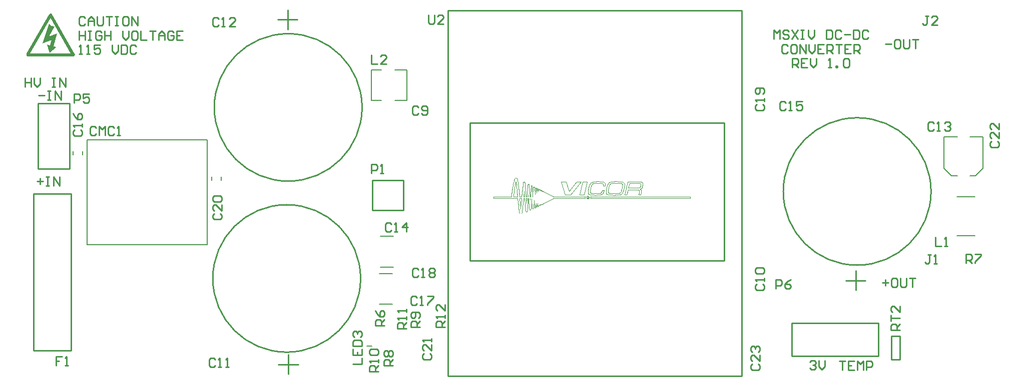
<source format=gto>
G04*
G04 #@! TF.GenerationSoftware,Altium Limited,Altium Designer,19.1.7 (138)*
G04*
G04 Layer_Color=65535*
%FSLAX25Y25*%
%MOIN*%
G70*
G01*
G75*
%ADD10C,0.00300*%
%ADD11C,0.00100*%
%ADD12C,0.01000*%
%ADD13C,0.00787*%
%ADD14C,0.00591*%
G36*
X598898Y69055D02*
D01*
D02*
G37*
G36*
X599724Y229488D02*
D01*
D02*
G37*
G36*
X22412Y242727D02*
X22598Y242635D01*
X22644Y242588D01*
X22737Y242496D01*
X22968Y242218D01*
X37920Y215925D01*
X37966Y215879D01*
X38012Y215787D01*
X38059Y215601D01*
Y215370D01*
Y215324D01*
Y215185D01*
X37966Y215000D01*
X37873Y214768D01*
X37827Y214722D01*
X37781Y214629D01*
X37642Y214490D01*
X37457Y214352D01*
X37410D01*
X37271Y214305D01*
X37086Y214259D01*
X36762Y214213D01*
X6581Y214213D01*
X6396Y214259D01*
X6211Y214352D01*
X6165Y214398D01*
X6118Y214490D01*
X5841Y214768D01*
Y214814D01*
X5794Y214953D01*
X5748Y215138D01*
X5702Y215324D01*
Y215370D01*
Y215509D01*
Y215694D01*
X5748Y215833D01*
Y215879D01*
X5794Y215925D01*
X5933Y216018D01*
X20931Y242218D01*
X20977Y242264D01*
X21024Y242357D01*
X21302Y242635D01*
X21348Y242681D01*
X21487Y242727D01*
X21672Y242774D01*
X21996Y242820D01*
X22227D01*
X22412Y242727D01*
D02*
G37*
%LPC*%
G36*
X21949Y239950D02*
X8340Y216249D01*
X35327Y216249D01*
X21949Y239950D01*
D02*
G37*
%LPD*%
G36*
X22412Y234488D02*
X24542Y234256D01*
X20746Y227451D01*
X26069Y229535D01*
X23755Y220786D01*
X25884Y220647D01*
X21302Y216435D01*
X19589Y222313D01*
X21440Y221388D01*
X22459Y225137D01*
X16626Y222869D01*
X20931Y235830D01*
X22412Y234488D01*
D02*
G37*
D10*
X378004Y120620D02*
G03*
X378004Y119329I1794J-646D01*
G01*
X381579Y119331D02*
G03*
X381578Y120621I-1788J644D01*
G01*
X382197Y122912D02*
X382426Y122891D01*
X381822Y121808D02*
X382572Y121724D01*
X382218Y128390D02*
X382301Y128557D01*
X382197Y130140D02*
X382301Y130161D01*
X376281Y130640D02*
X379239D01*
X377239Y121829D02*
X379239Y130640D01*
X379947Y125078D02*
X379989Y125349D01*
X381343Y125057D02*
X381447Y125516D01*
X379864Y123078D02*
X379926Y122849D01*
X380218Y122287D02*
X380364Y122183D01*
X379926Y122849D02*
X380010Y122641D01*
X380094Y122474D01*
X380155Y122370D01*
X380198Y122308D01*
X380218Y122287D01*
X380364Y122183D02*
X380573Y122079D01*
X380843Y121995D01*
X381135Y121912D01*
X381468Y121849D01*
X381822Y121808D01*
X379885Y124620D02*
X379906Y124849D01*
X381280Y124599D02*
X381343Y125057D01*
X379864Y124432D02*
X379885Y124620D01*
X379843Y124266D02*
X379864Y124432D01*
X379822Y124120D02*
X379843Y124266D01*
X379822Y123995D02*
Y124120D01*
X379802Y123891D02*
X379822Y123995D01*
X379802Y123828D02*
Y123891D01*
Y123766D02*
Y123828D01*
Y123745D02*
Y123766D01*
Y123724D02*
Y123745D01*
Y123724D02*
X379822Y123391D01*
X379864Y123078D01*
X382010Y122953D02*
X382197Y122912D01*
X381843Y122995D02*
X382010Y122953D01*
X381718Y123016D02*
X381843Y122995D01*
X381614Y123058D02*
X381718Y123016D01*
X381530Y123078D02*
X381614Y123058D01*
X381468Y123099D02*
X381530Y123078D01*
X381427Y123120D02*
X381468Y123099D01*
X381405Y123141D02*
X381427Y123120D01*
X381343Y123224D02*
X381405Y123141D01*
X381280Y123328D02*
X381343Y123224D01*
X381218Y123578D02*
X381280Y123328D01*
X381218Y123578D02*
Y123683D01*
X381197Y123787D02*
X381218Y123683D01*
X381197Y123787D02*
Y123849D01*
Y123870D01*
Y124016D01*
X381218Y124182D01*
X381239Y124391D01*
X381280Y124599D01*
X379906Y124849D02*
X379947Y125078D01*
X380697Y128078D02*
X380947Y128640D01*
X382135Y128182D02*
X382218Y128390D01*
X380593Y127786D02*
X380697Y128078D01*
X382051Y127953D02*
X382135Y128182D01*
X380489Y127536D02*
X380593Y127786D01*
X380405Y127286D02*
X380489Y127536D01*
X380343Y127078D02*
X380405Y127286D01*
X381781Y127036D02*
X381864Y127369D01*
X381968Y127682D01*
X382051Y127953D01*
X380030Y125640D02*
X380094Y125953D01*
X381447Y125516D02*
X381530Y125953D01*
X379989Y125349D02*
X380030Y125640D01*
X380260Y126786D02*
X380301Y126911D01*
X380239Y126682D02*
X380260Y126786D01*
X380239Y126661D02*
Y126682D01*
X381656Y126578D02*
X381677Y126640D01*
Y126661D01*
X380094Y125953D02*
X380155Y126286D01*
X381530Y125953D02*
X381572Y126161D01*
X381593Y126328D01*
X381634Y126453D01*
X380155Y126286D02*
X380239Y126661D01*
X381634Y126453D02*
X381656Y126578D01*
X380301Y126911D02*
X380343Y127078D01*
X381677Y126661D02*
X381781Y127036D01*
X382135Y130098D02*
X382197Y130140D01*
X382114Y130077D02*
X382135Y130098D01*
X382093Y130077D02*
X382114D01*
X381864Y129911D02*
X382093Y130077D01*
X381656Y129702D02*
X381864Y129911D01*
X381447Y129473D02*
X381656Y129702D01*
X381259Y129202D02*
X381447Y129473D01*
X380947Y128640D02*
X381259Y129202D01*
X385988Y121662D02*
X386300Y121683D01*
X386592Y121704D01*
X386842D01*
X387071Y121724D01*
X387259Y121745D01*
X387425Y121766D01*
X387571D01*
X387675Y121787D01*
X387363Y122870D02*
X387613Y122891D01*
X387092Y122849D02*
X387363Y122870D01*
X386801Y122828D02*
X387092Y122849D01*
X386217Y122808D02*
X386801Y122828D01*
X385926Y122787D02*
X386217Y122808D01*
X384114Y121641D02*
X385280D01*
X384197Y122766D02*
X385384D01*
X385280Y121641D02*
X385655Y121662D01*
X385384Y122766D02*
X385634Y122787D01*
X383885Y121662D02*
X384114Y121641D01*
X383280Y121683D02*
X383593Y121662D01*
X383885D01*
X383759Y122787D02*
X384197Y122766D01*
X383364Y122808D02*
X383759Y122787D01*
X382572Y121724D02*
X382926Y121704D01*
X382697Y122849D02*
X383010Y122828D01*
X382426Y122891D02*
X382697Y122849D01*
X382926Y121704D02*
X383280Y121683D01*
X383010Y122828D02*
X383364Y122808D01*
X385655Y121662D02*
X385988D01*
X385634Y122787D02*
X385926D01*
X382301Y128557D02*
X382384Y128703D01*
X382447Y128827D01*
X382530Y128932D01*
X382572Y129015D01*
X387196Y130661D02*
X387446Y130640D01*
X385905Y130661D02*
X387196D01*
X385801Y129557D02*
X386822D01*
X387300Y129536D01*
X383967Y130536D02*
X384384Y130577D01*
X384092Y129452D02*
X384717Y129515D01*
X384384Y130577D02*
X384842Y130598D01*
X384717Y129515D02*
X385009D01*
X384842Y130598D02*
X385343Y130640D01*
X385009Y129515D02*
X385301Y129536D01*
X385572D01*
X383613Y130473D02*
X383967Y130536D01*
X383280Y130431D02*
X383613Y130473D01*
X383509Y129390D02*
X383801Y129432D01*
X384092Y129452D01*
X382781Y130306D02*
X383010Y130369D01*
X382593Y130265D02*
X382781Y130306D01*
X382426Y130223D02*
X382593Y130265D01*
X382301Y130161D02*
X382426Y130223D01*
X382634Y129077D02*
X382697Y129140D01*
X382718Y129161D01*
X382843Y129223D01*
X383030Y129286D01*
X383260Y129348D01*
X383010Y130369D02*
X383280Y130431D01*
X383260Y129348D02*
X383509Y129390D01*
X385343Y130640D02*
X385905Y130661D01*
X385572Y129536D02*
X385801Y129557D01*
X382572Y129015D02*
X382634Y129077D01*
X372032Y130640D02*
X375219D01*
X374282Y121829D02*
X377239D01*
X374282D02*
X376281Y130640D01*
X447755Y119329D02*
Y120620D01*
X412984Y125224D02*
X413171Y125182D01*
X414858Y125349D02*
X415004Y125182D01*
X413338Y125120D02*
X413483Y125036D01*
X413171Y125182D02*
X413338Y125120D01*
X413525Y121829D02*
X413796Y123099D01*
X414754Y121829D02*
X415130Y123433D01*
X413525Y121829D02*
X414754D01*
X415130Y124995D02*
X415212Y124766D01*
X415130Y123433D02*
X415212Y123828D01*
X415234Y124016D01*
Y124182D01*
X415254Y124307D01*
Y124432D01*
Y124495D01*
Y124516D01*
X415212Y124766D02*
X415254Y124516D01*
X415004Y125182D02*
X415130Y124995D01*
X413859Y124599D02*
X413921Y124432D01*
X413942Y124328D01*
Y124307D02*
Y124328D01*
Y124287D02*
Y124307D01*
Y124099D02*
Y124287D01*
X413921Y123891D02*
X413942Y124099D01*
X413901Y123703D02*
X413921Y123891D01*
X413879Y123516D02*
X413901Y123703D01*
X413838Y123349D02*
X413879Y123516D01*
X413817Y123224D02*
X413838Y123349D01*
X413796Y123141D02*
X413817Y123224D01*
X413796Y123099D02*
Y123141D01*
X413692Y124870D02*
X413755Y124786D01*
X413483Y125036D02*
X413588Y124953D01*
X413692Y124870D01*
X413755Y124786D02*
X413859Y124599D01*
X416317Y128682D02*
X416337Y128869D01*
Y128994D01*
Y129015D01*
Y129036D01*
X414671Y127328D02*
X414775Y127599D01*
X415941Y127015D02*
Y127057D01*
X414880Y127953D02*
X414900Y128015D01*
X414880Y127932D02*
Y127953D01*
X414775Y127599D02*
X414880Y127932D01*
X414921Y129015D02*
X414984Y128890D01*
X415004Y128807D01*
Y128765D02*
Y128807D01*
X414984Y128473D02*
X415004Y128765D01*
X414942Y128203D02*
X414984Y128473D01*
X414921Y128098D02*
X414942Y128203D01*
X415941Y127057D02*
X416275Y128453D01*
X414900Y128015D02*
X414921Y128098D01*
X414546Y127099D02*
X414671Y127328D01*
X416275Y128453D02*
X416317Y128682D01*
X413463Y126411D02*
X413755Y126474D01*
X412754Y125266D02*
X412984Y125224D01*
X413171Y126370D02*
X413463Y126411D01*
X412900Y126349D02*
X413171Y126370D01*
X412692Y126328D02*
X412900Y126349D01*
X414692Y125786D02*
X414900Y125890D01*
X414712Y125495D02*
X414858Y125349D01*
X414587Y125578D02*
X414712Y125495D01*
X414504Y125640D02*
X414587Y125578D01*
X414463Y125661D02*
X414504Y125640D01*
X414463Y125661D02*
X414692Y125786D01*
X415692Y126578D02*
X415816Y126765D01*
X415900Y126932D01*
X414359Y126807D02*
X414442Y126932D01*
X414276Y126724D02*
X414359Y126807D01*
X414233Y126682D02*
X414276Y126724D01*
X414213Y126661D02*
X414233Y126682D01*
X414005Y126557D02*
X414213Y126661D01*
X414900Y125890D02*
X415088Y126015D01*
X415254Y126140D01*
X415379Y126245D01*
X415505Y126370D01*
X415692Y126578D01*
X413755Y126474D02*
X414005Y126557D01*
X415900Y126932D02*
X415941Y127015D01*
X414442Y126932D02*
X414546Y127099D01*
X416296Y129411D02*
X416337Y129223D01*
X414546Y130598D02*
X414838Y130556D01*
X414712Y129244D02*
X414796Y129182D01*
X416025Y129952D02*
X416191Y129702D01*
X415859Y130140D02*
X416025Y129952D01*
X415671Y130286D02*
X415859Y130140D01*
X415505Y130390D02*
X415671Y130286D01*
X415400Y130431D02*
X415505Y130390D01*
X415379Y130452D02*
X415400Y130431D01*
X415358Y130452D02*
X415379D01*
X415130Y130515D02*
X415358Y130452D01*
X414838Y130556D02*
X415130Y130515D01*
X413963Y130640D02*
X414233Y130619D01*
X414546Y130598D01*
X413879Y129536D02*
X414109Y129494D01*
X414296Y129452D01*
X414463Y129390D01*
X414608Y129327D01*
X414712Y129244D01*
X413629Y129577D02*
X413879Y129536D01*
X416191Y129702D02*
X416296Y129411D01*
X416337Y129036D02*
Y129223D01*
X414796Y129182D02*
X414921Y129015D01*
X400278Y121808D02*
X400632Y121849D01*
X400256Y122828D02*
X400506Y122891D01*
X400299Y129515D02*
X400694Y129494D01*
X400069Y130640D02*
X400757Y130598D01*
X398320Y121662D02*
X398903Y121683D01*
X399424Y121724D01*
X399882Y121766D01*
X399798Y122787D02*
X400006Y122808D01*
X399611Y122766D02*
X399798Y122787D01*
X394175Y122912D02*
X394424Y122891D01*
X396257Y121662D02*
X396528Y121641D01*
X395945Y122787D02*
X396465Y122766D01*
X396528Y121641D02*
X397653D01*
X395570Y121683D02*
X395924Y121662D01*
X396257D01*
X395486Y122808D02*
X395945Y122787D01*
X393903Y121808D02*
X394737Y121724D01*
X395153Y121704D01*
X394737Y122849D02*
X395091Y122828D01*
X394424Y122891D02*
X394737Y122849D01*
X395153Y121704D02*
X395570Y121683D01*
X395091Y122828D02*
X395486Y122808D01*
X393945Y122953D02*
X394175Y122912D01*
X397653Y121641D02*
X398320Y121662D01*
X396465Y122766D02*
X399611D01*
X394007Y128182D02*
X394112Y128390D01*
X394195Y128557D01*
X394279Y128703D01*
X394341Y128827D01*
X394404Y128932D01*
X394466Y129015D01*
X393924Y127953D02*
X394007Y128182D01*
X393841Y127682D02*
X393924Y127953D01*
X399882Y121766D02*
X400278Y121808D01*
X400006Y122808D02*
X400256Y122828D01*
X399132Y130661D02*
X399424Y130640D01*
X400069D01*
X398778Y129557D02*
X399340Y129536D01*
X399861D01*
X396257Y130577D02*
X396715Y130598D01*
X395987Y129452D02*
X396590Y129515D01*
X397216Y130640D02*
X397778Y130661D01*
X396715Y130598D02*
X397216Y130640D01*
X396590Y129515D02*
X396903D01*
X397174Y129536D01*
X397445D01*
X397674Y129557D01*
X395841Y130536D02*
X396257Y130577D01*
X395486Y130473D02*
X395841Y130536D01*
X395674Y129432D02*
X395987Y129452D01*
X394903Y130369D02*
X395174Y130431D01*
X394674Y130306D02*
X394903Y130369D01*
X394466Y130265D02*
X394674Y130306D01*
X394320Y130223D02*
X394466Y130265D01*
X394195Y130161D02*
X394320Y130223D01*
X394091Y130140D02*
X394195Y130161D01*
X394028Y130098D02*
X394091Y130140D01*
X394007Y130077D02*
X394028Y130098D01*
X393987Y130077D02*
X394007D01*
X394508Y129077D02*
X394591Y129140D01*
X394612Y129161D01*
X394737Y129223D01*
X394924Y129286D01*
X395153Y129348D01*
X395404Y129390D01*
X395174Y130431D02*
X395486Y130473D01*
X395404Y129390D02*
X395674Y129432D01*
X397778Y130661D02*
X399132D01*
X397674Y129557D02*
X398778D01*
X399861Y129536D02*
X400299Y129515D01*
X394466Y129015D02*
X394508Y129077D01*
X405652Y121829D02*
X406443Y125266D01*
X403423Y124911D02*
X403527Y125328D01*
X402090Y125057D02*
X402132Y125245D01*
X401173Y121933D02*
X401361Y121974D01*
X401257Y123266D02*
X401403Y123433D01*
X400506Y122891D02*
X400736Y122933D01*
X400632Y121849D02*
X400923Y121891D01*
X401173Y121933D01*
X401111Y123141D02*
X401257Y123266D01*
X401027Y123078D02*
X401111Y123141D01*
X400944Y123037D02*
X401027Y123078D01*
X400923Y123016D02*
X400944Y123037D01*
X400736Y122933D02*
X400923Y123016D01*
X404319Y121829D02*
X405652D01*
X402340Y122599D02*
X402569Y122912D01*
X401652Y122058D02*
X401735Y122099D01*
X401798Y122120D01*
X401840Y122141D01*
X402090Y122329D01*
X402340Y122599D01*
X401361Y121974D02*
X401528Y122016D01*
X401652Y122058D01*
X402757Y123266D02*
X402944Y123662D01*
X402569Y122912D02*
X402757Y123266D01*
X403131Y124057D02*
X403423Y124911D01*
X402944Y123662D02*
X403131Y124057D01*
X402006Y124745D02*
X402048Y124891D01*
X401965Y124620D02*
X402006Y124745D01*
X401902Y124412D02*
X401965Y124620D01*
X401861Y124287D02*
X401902Y124412D01*
X401840Y124224D02*
X401861Y124287D01*
X401840Y124203D02*
Y124224D01*
X401694Y123891D02*
X401840Y124203D01*
X402048Y124891D02*
X402090Y125057D01*
X401403Y123433D02*
X401548Y123641D01*
X401694Y123891D01*
X404110Y128598D02*
Y128723D01*
Y128827D01*
Y128848D01*
X403923Y127015D02*
Y127036D01*
X403986Y127453D01*
X404027Y127828D01*
X402590Y129036D02*
X402652Y128869D01*
X402694Y128723D01*
X402714Y128578D01*
X402736Y128453D01*
Y128390D02*
Y128453D01*
Y128348D02*
Y128390D01*
X402714Y128036D02*
X402736Y128348D01*
X404069Y128140D02*
X404089Y128390D01*
X404027Y127828D02*
X404069Y128140D01*
X402694Y127703D02*
X402714Y128036D01*
X402632Y127369D02*
X402694Y127703D01*
X402569Y127036D02*
X402632Y127369D01*
X404089Y128390D02*
X404110Y128598D01*
X403631Y125703D02*
X403735Y126078D01*
X402256Y125703D02*
X402319Y125974D01*
X403527Y125328D02*
X403631Y125703D01*
X402194Y125453D02*
X402256Y125703D01*
X402132Y125245D02*
X402194Y125453D01*
X403902Y126869D02*
Y126932D01*
X403923Y126994D01*
X403861Y126661D02*
X403902Y126869D01*
X403735Y126078D02*
X403797Y126390D01*
X402444D02*
X402464Y126495D01*
X402423Y126328D02*
X402444Y126390D01*
X402402Y126286D02*
X402423Y126328D01*
X402402Y126265D02*
Y126286D01*
X402319Y125974D02*
X402402Y126265D01*
X403797Y126390D02*
X403861Y126661D01*
X402464Y126495D02*
X402506Y126724D01*
X402569Y127036D01*
X403923Y126994D02*
Y127015D01*
X400757Y130598D02*
X401423Y130556D01*
X401048Y129452D02*
X401340Y129432D01*
X400694Y129494D02*
X401048Y129452D01*
X402548Y130411D02*
X402590Y130390D01*
X402777Y130327D02*
X403027Y130223D01*
X402673Y130369D02*
X402777Y130327D01*
X402590Y130390D02*
X402673Y130369D01*
X404047Y129265D02*
X404089Y129057D01*
X403965Y129432D02*
X404047Y129265D01*
X403861Y129598D02*
X403965Y129432D01*
X403611Y129869D02*
X403861Y129598D01*
X403319Y130077D02*
X403611Y129869D01*
X403027Y130223D02*
X403319Y130077D01*
X402527Y130411D02*
X402548D01*
X402298Y130452D02*
X402527Y130411D01*
X402048Y130494D02*
X402298Y130452D01*
X401735Y130536D02*
X402048Y130494D01*
X401590Y129411D02*
X401798Y129369D01*
X401965Y129348D01*
X402110Y129327D01*
X402214Y129286D01*
X402298Y129265D01*
X402340D01*
X402382Y129244D01*
X402506Y129161D01*
X401423Y130556D02*
X401735Y130536D01*
X401340Y129432D02*
X401590Y129411D01*
X404319Y121829D02*
X406318Y130640D01*
X402506Y129161D02*
X402590Y129036D01*
X404089Y129057D02*
X404110Y128848D01*
X406651Y126328D02*
X407402Y129577D01*
X393216Y125057D02*
X393320Y125516D01*
X391842Y125078D02*
X391883Y125349D01*
X389030Y122162D02*
X389155Y122204D01*
X389071Y124266D02*
X389155Y124516D01*
X387613Y122891D02*
X387842Y122933D01*
X387675Y121787D02*
X387779D01*
X387842Y121808D01*
X387883D01*
X388175Y121870D01*
X388446Y121933D01*
X388675Y122016D01*
X388883Y122079D01*
X389030Y122162D01*
X388987Y124057D02*
X389071Y124266D01*
X388905Y123870D02*
X388987Y124057D01*
X388821Y123724D02*
X388905Y123870D01*
X388717Y123578D02*
X388821Y123724D01*
X388550Y123349D02*
X388717Y123578D01*
X388404Y123183D02*
X388550Y123349D01*
X388280Y123078D02*
X388404Y123183D01*
X388196Y123037D02*
X388280Y123078D01*
X388155Y123016D02*
X388196Y123037D01*
X388030Y122974D02*
X388155Y123016D01*
X387842Y122933D02*
X388030Y122974D01*
X389758Y122828D02*
X389946Y123245D01*
X389384Y122370D02*
X389509Y122495D01*
X389633Y122662D01*
X389758Y122828D01*
X389155Y122204D02*
X389237Y122245D01*
X389259Y122266D01*
X389384Y122370D01*
X390341Y124432D02*
X390383Y124578D01*
X389217Y124766D02*
X390425D01*
X390383Y124578D02*
X390404Y124682D01*
X390425Y124745D01*
Y124766D01*
X389946Y123245D02*
X390112Y123683D01*
X390259Y124078D01*
X390300Y124266D01*
X390341Y124432D01*
X389155Y124516D02*
X389217Y124766D01*
X391904Y122641D02*
X391987Y122474D01*
X392050Y122370D01*
X392091Y122308D01*
X392112Y122287D01*
X392175Y122224D01*
X392258Y122183D01*
X392487Y122079D01*
X392778Y121995D01*
X393112Y121912D01*
X393154Y124599D02*
X393216Y125057D01*
X393362Y123099D02*
X393425Y123078D01*
X393320Y123120D02*
X393362Y123099D01*
X393300Y123141D02*
X393320Y123120D01*
X393216Y123224D02*
X393300Y123141D01*
X393175Y123328D02*
X393216Y123224D01*
X393091Y123578D02*
X393175Y123328D01*
X393091Y123578D02*
Y123683D01*
X393071Y123787D02*
X393091Y123683D01*
X393071Y123787D02*
Y123849D01*
Y123870D01*
Y124016D01*
X393091Y124182D01*
X393112Y124391D01*
X393154Y124599D01*
X391758Y123078D02*
X391821Y122849D01*
X391779Y124620D02*
X391799Y124849D01*
X391758Y124432D02*
X391779Y124620D01*
X391737Y124266D02*
X391758Y124432D01*
X391717Y124120D02*
X391737Y124266D01*
X391717Y123995D02*
Y124120D01*
X391695Y123891D02*
X391717Y123995D01*
X391695Y123828D02*
Y123891D01*
Y123766D02*
Y123828D01*
Y123745D02*
Y123766D01*
Y123724D02*
Y123745D01*
Y123724D02*
X391717Y123391D01*
X391758Y123078D01*
X391799Y124849D02*
X391842Y125078D01*
X391821Y122849D02*
X391904Y122641D01*
X393633Y123016D02*
X393778Y122995D01*
X393508Y123058D02*
X393633Y123016D01*
X393112Y121912D02*
X393487Y121849D01*
X393425Y123078D02*
X393508Y123058D01*
X389758Y127682D02*
X391029D01*
X391091Y127828D01*
X391133Y127994D01*
X389800Y128994D02*
X389883Y128765D01*
Y128682D02*
Y128765D01*
Y128682D02*
X389904Y128598D01*
Y128536D02*
Y128598D01*
Y128515D02*
Y128536D01*
X389883Y128244D02*
X389904Y128515D01*
X389842Y127973D02*
X389883Y128244D01*
X389800Y127869D02*
X389842Y127973D01*
X389779Y127765D02*
X389800Y127869D01*
X389758Y127703D02*
X389779Y127765D01*
X389758Y127682D02*
Y127703D01*
X392570Y128078D02*
X392841Y128640D01*
X392466Y127786D02*
X392570Y128078D01*
X392383Y127536D02*
X392466Y127786D01*
X392300Y127286D02*
X392383Y127536D01*
X392237Y127078D02*
X392300Y127286D01*
X391196Y128390D02*
X391216Y128557D01*
Y128703D01*
Y128807D01*
Y128848D01*
X391133Y127994D02*
X391196Y128390D01*
X391925Y125640D02*
X391987Y125953D01*
X393320Y125516D02*
X393404Y125953D01*
X391883Y125349D02*
X391925Y125640D01*
X392154Y126786D02*
X392196Y126911D01*
X392133Y126682D02*
X392154Y126786D01*
X392133Y126661D02*
Y126682D01*
X391987Y125953D02*
X392050Y126286D01*
X393404Y125953D02*
X393445Y126161D01*
X393466Y126328D01*
X392050Y126286D02*
X392133Y126661D01*
X392196Y126911D02*
X392237Y127078D01*
X393653Y127036D02*
X393737Y127369D01*
X393529Y126578D02*
X393549Y126640D01*
Y126661D01*
X393508Y126453D02*
X393529Y126578D01*
X393549Y126661D02*
X393653Y127036D01*
X393466Y126328D02*
X393508Y126453D01*
X388925Y129411D02*
X389112Y129390D01*
X388633Y130598D02*
X389237Y130556D01*
X387300Y129536D02*
X387717Y129515D01*
X388092Y129494D01*
X388404Y129473D01*
X388675Y129452D01*
X388925Y129411D01*
X388030Y130640D02*
X388633Y130598D01*
X387446Y130640D02*
X388030D01*
X390300Y130348D02*
X390466Y130244D01*
X391050Y129619D02*
X391175Y129265D01*
X390883Y129890D02*
X391050Y129619D01*
X390675Y130098D02*
X390883Y129890D01*
X390466Y130244D02*
X390675Y130098D01*
X389384Y129307D02*
X389488Y129286D01*
X389550Y129265D01*
X389613Y129244D01*
X389633Y129223D01*
X389654Y129202D01*
X389738Y129098D01*
X390175Y130390D02*
X390300Y130348D01*
X390154Y130411D02*
X390175Y130390D01*
X390134Y130411D02*
X390154D01*
X389967Y130452D02*
X390134Y130411D01*
X389738Y130494D02*
X389967Y130452D01*
X389509Y130536D02*
X389738Y130494D01*
X389112Y129390D02*
X389259Y129348D01*
X389384Y129307D01*
X389237Y130556D02*
X389509Y130536D01*
X393154Y129202D02*
X393341Y129473D01*
X391175Y129265D02*
X391196Y129077D01*
X393529Y129702D02*
X393758Y129911D01*
X393341Y129473D02*
X393529Y129702D01*
X389738Y129098D02*
X389800Y128994D01*
X392841Y128640D02*
X393154Y129202D01*
X391196Y129077D02*
X391216Y128848D01*
X393487Y121849D02*
X393903Y121808D01*
X393778Y122995D02*
X393945Y122953D01*
X393737Y127369D02*
X393841Y127682D01*
X393758Y129911D02*
X393987Y130077D01*
X381578Y120620D02*
X447755D01*
X381578Y119329D02*
X447755D01*
X406443Y125266D02*
X412754D01*
X406651Y126328D02*
X412692D01*
X407402Y129577D02*
X413629D01*
X406318Y130640D02*
X413963D01*
X345828Y113892D02*
X345890Y113997D01*
X339246Y110872D02*
X339308Y111080D01*
X339329Y111247D01*
X339350Y111372D01*
Y111393D01*
Y111414D01*
X345349Y113851D02*
X345411Y113788D01*
X345682Y113747D02*
X345765Y113809D01*
X344286Y113226D02*
X344349Y113184D01*
X343182Y112518D02*
X343245Y112622D01*
X343286Y112726D01*
X343328Y112851D01*
Y112934D01*
X343349Y113018D01*
Y113038D01*
X344057Y113788D02*
X344078Y113580D01*
X344141Y113413D01*
X344203Y113309D01*
X344286Y113226D01*
X344349Y113184D02*
X344411Y113163D01*
X344453Y113143D01*
X344474D01*
X344599Y113163D01*
X344703Y113247D01*
X344765Y113351D01*
X344828Y113476D01*
X344849Y113580D01*
X344869Y113684D01*
X344890Y113767D01*
Y113788D01*
X345411D02*
X345474Y113747D01*
X345536Y113726D01*
X345578D01*
X345682Y113747D01*
X345203Y114247D02*
X345245Y114080D01*
X345286Y113955D01*
X345349Y113851D01*
X345765Y113809D02*
X345828Y113892D01*
X341537Y111893D02*
X341599Y112101D01*
X341662Y112309D01*
X341683Y112497D01*
X341704Y112643D01*
Y112663D01*
Y112684D01*
X342558Y113038D02*
X342599Y112830D01*
X342661Y112684D01*
X342724Y112559D01*
X342808Y112497D01*
X342870Y112455D01*
X342933Y112434D01*
X342974Y112413D01*
X342995D01*
X343099Y112434D01*
X340745Y112143D02*
X340787Y112018D01*
X340870Y111809D01*
X340953Y111664D01*
X341037Y111580D01*
X341121Y111539D01*
X341162Y111518D01*
X341183D01*
X341266Y111539D01*
X341329Y111559D01*
X341454Y111705D01*
X341537Y111893D01*
X340662Y112684D02*
X340683Y112476D01*
X340704Y112309D01*
X340745Y112143D01*
X343099Y112434D02*
X343182Y112518D01*
X344890Y113788D02*
X345057Y116225D01*
X345203Y114247D01*
X349223Y115517D02*
X349348Y115621D01*
X349431Y115746D01*
X349452Y115767D01*
Y115788D01*
X349598Y115767D01*
X349723D01*
X349806Y115788D01*
X349828D01*
X348744Y115600D02*
X348910Y115517D01*
X347953Y115226D02*
X347973Y115309D01*
Y115330D02*
X348015Y115246D01*
X348577D02*
X348660Y115371D01*
X347849Y114892D02*
X347890Y115017D01*
X347932Y115121D01*
X347953Y115226D01*
X348015Y115246D02*
X348078Y115184D01*
X348182Y115121D01*
X348286Y115080D01*
X348327D01*
X348411Y115101D01*
X348494Y115163D01*
X348556Y115226D01*
X348577Y115246D01*
X347973Y115309D02*
Y115330D01*
X348660Y115371D02*
X348723Y115496D01*
X348744Y115580D01*
Y115600D01*
X348910Y115517D02*
X349015Y115475D01*
X349057Y115455D01*
X349078D01*
X349161Y115475D01*
X347140Y114934D02*
X347161Y115017D01*
Y115059D01*
X347202Y114934D01*
X347265Y114851D01*
X349161Y115475D02*
X349223Y115517D01*
X347661Y114705D02*
X347765Y114788D01*
X346786Y114288D02*
X346890Y114372D01*
X346973Y114496D01*
X347057Y114663D01*
X347098Y114809D01*
X347327Y114767D02*
X347390Y114726D01*
X347495Y114684D01*
X347536D01*
X347661Y114705D01*
X345890Y113997D02*
X345911Y114080D01*
X345932Y114163D01*
X345953Y114226D01*
Y114247D01*
X346328Y114580D02*
X346349Y114476D01*
X346391Y114392D01*
X346432Y114330D01*
X346495Y114288D01*
X346599Y114247D01*
X346640D01*
X346786Y114288D01*
X347765Y114788D02*
X347849Y114892D01*
X347098Y114809D02*
X347140Y114934D01*
X347265Y114851D02*
X347327Y114767D01*
X345953Y114247D02*
X346182Y116267D01*
X346328Y114580D01*
X333184Y116621D02*
X333267Y115788D01*
X335559Y109435D02*
X335683Y109768D01*
X335725Y109914D01*
X335767Y110039D01*
X335788Y110164D01*
X335808Y110247D01*
X335829Y110310D01*
Y110330D01*
X333872Y110601D02*
Y110726D01*
Y110601D02*
X333892Y110518D01*
Y110435D02*
Y110518D01*
Y110435D02*
X333913Y110372D01*
Y110351D02*
Y110372D01*
Y110330D02*
Y110351D01*
Y110330D02*
X333955Y110018D01*
X334017Y109726D01*
X334080Y109497D01*
X338309Y110789D02*
X338391Y110601D01*
X338495Y110476D01*
X338600Y110393D01*
X333267Y115788D02*
X333350Y114996D01*
X333434Y114247D02*
X333518Y113559D01*
X333663Y112351D02*
X333726Y111830D01*
X333788Y111393D01*
X333830Y111018D01*
X333518Y113559D02*
X333600Y112934D01*
X333663Y112351D01*
X338162Y111414D02*
X338183Y111226D01*
X338225Y111059D01*
X338266Y110914D01*
X333350Y114996D02*
X333434Y114247D01*
X333830Y111018D02*
X333872Y110726D01*
X338266Y110914D02*
X338309Y110789D01*
X338683Y110351D02*
X338745Y110330D01*
X338767D01*
X338850Y110351D01*
X338933Y110372D02*
X339079Y110497D01*
X339183Y110664D01*
X338850Y110351D02*
X338933Y110372D01*
X338600Y110393D02*
X338683Y110351D01*
X339183Y110664D02*
X339246Y110872D01*
X361825Y130640D02*
X365013D01*
X361825D02*
X364658Y121829D01*
X368262D01*
X365013Y130640D02*
X367054Y124266D01*
X372032Y130640D01*
X368262Y121829D02*
X375219Y130640D01*
X345807Y125765D02*
X345869Y125849D01*
X344411Y122079D02*
X344724Y126161D01*
X345349D02*
X345557Y123224D01*
X342953Y120620D02*
X343328Y126661D01*
X344078D02*
X344411Y122079D01*
X345557Y123224D02*
X345744Y125495D01*
X340641Y128057D02*
X341100Y120620D01*
X342537Y127203D02*
X342912Y120620D01*
X341350D02*
X341745Y127203D01*
X340121Y121933D02*
X340204Y120620D01*
X340017D02*
X340121Y121933D01*
X340017Y120620D02*
X340204D01*
X342912D02*
X342953D01*
X341100D02*
X341350D01*
X339912Y119329D02*
X340266D01*
X341225Y118517D02*
X341287Y119329D01*
X341183D02*
X341225Y118517D01*
X341183Y119329D02*
X341287D01*
X340266Y128953D02*
X340370Y128869D01*
X339767Y128703D02*
X339849Y128848D01*
X339704Y128536D02*
X339767Y128703D01*
X339641Y128348D02*
X339704Y128536D01*
X339620Y128203D02*
X339641Y128348D01*
X339599Y128098D02*
X339620Y128203D01*
X339599Y128078D02*
Y128098D01*
Y128057D02*
Y128078D01*
X340204Y128973D02*
X340266Y128953D01*
X340142Y128994D02*
X340204Y128973D01*
X340037Y128994D02*
X340142D01*
X339974Y128953D02*
X340037Y128994D01*
X339849Y128848D02*
X339974Y128953D01*
X343870Y127140D02*
X343933Y127078D01*
X343808Y127182D02*
X343870Y127140D01*
X343745Y127203D02*
X343808Y127182D01*
X343703Y127203D02*
X343745D01*
X343579Y127182D02*
X343703Y127203D01*
X343495Y127119D02*
X343579Y127182D01*
X343432Y127036D02*
X343495Y127119D01*
X342516Y127474D02*
X342537Y127203D01*
X342454Y127661D02*
X342516Y127474D01*
X342391Y127807D02*
X342454Y127661D01*
X342329Y127890D02*
X342391Y127807D01*
X342266Y127953D02*
X342329Y127890D01*
X342203Y127973D02*
X342266Y127953D01*
X342162Y127994D02*
X342203Y127973D01*
X342141Y127994D02*
X342162D01*
X342037Y127953D02*
X342141Y127994D01*
X341933Y127869D02*
X342037Y127953D01*
X341870Y127744D02*
X341933Y127869D01*
X341828Y127599D02*
X341870Y127744D01*
X341787Y127453D02*
X341828Y127599D01*
X341766Y127328D02*
X341787Y127453D01*
X341745Y127244D02*
X341766Y127328D01*
X341745Y127203D02*
Y127244D01*
X340620Y128223D02*
X340641Y128057D01*
X340599Y128369D02*
X340620Y128223D01*
X340454Y128765D02*
X340537Y128598D01*
X340370Y128869D02*
X340454Y128765D01*
X340537Y128598D02*
X340599Y128369D01*
X345786Y125661D02*
X345807Y125765D01*
X345765Y125578D02*
X345786Y125661D01*
X345744Y125516D02*
X345765Y125578D01*
X345744Y125495D02*
Y125516D01*
X344037Y126849D02*
X344078Y126661D01*
X343995Y126974D02*
X344037Y126849D01*
X343349Y126828D02*
X343390Y126932D01*
X343328Y126745D02*
X343349Y126828D01*
X343328Y126682D02*
Y126745D01*
Y126661D02*
Y126682D01*
X345037Y126557D02*
X345078D01*
X345328Y126286D02*
X345349Y126161D01*
X345286Y126390D02*
X345328Y126286D01*
X345245Y126453D02*
X345286Y126390D01*
X345182Y126515D02*
X345245Y126453D01*
X344869Y126495D02*
X344932Y126536D01*
X344765Y126370D02*
X344869Y126495D01*
X344724Y126224D02*
X344765Y126370D01*
X344724Y126182D02*
Y126224D01*
Y126161D02*
Y126182D01*
X345078Y126557D02*
X345182Y126515D01*
X344932Y126536D02*
X345037Y126557D01*
X343933Y127078D02*
X343995Y126974D01*
X343390Y126932D02*
X343432Y127036D01*
X347411Y125266D02*
X347474Y125099D01*
X346703Y125203D02*
X346744Y125349D01*
X346495Y125495D02*
X346620Y124245D01*
X349932Y124099D02*
X349994D01*
X349869Y124057D02*
X349932Y124099D01*
X349806Y124037D02*
X349869Y124057D01*
X349785Y124016D02*
X349806Y124037D01*
X349744Y124141D02*
X349785Y124016D01*
X349681Y124224D02*
X349744Y124141D01*
X349619Y124287D02*
X349681Y124224D01*
X349556Y124328D02*
X349619Y124287D01*
X349452Y124370D02*
X349556Y124328D01*
X349411Y124370D02*
X349452D01*
X349307Y124349D02*
X349411Y124370D01*
X347599Y125016D02*
X347703Y125099D01*
X348786Y124724D02*
X348848Y124682D01*
X348223Y124891D02*
X348286Y124745D01*
X348723D02*
X348786Y124724D01*
X348660Y124745D02*
X348723D01*
X348536Y124703D02*
X348660Y124745D01*
X348431Y124641D02*
X348536Y124703D01*
X348348Y124578D02*
X348431Y124641D01*
X348327Y124536D02*
X348348Y124578D01*
X348286Y124745D02*
X348327Y124536D01*
X348140Y124995D02*
X348223Y124891D01*
X348078Y125057D02*
X348140Y124995D01*
X347994Y125120D02*
X348078Y125057D01*
X347932Y125141D02*
X347994Y125120D01*
X347786Y125141D02*
X347932D01*
X347703Y125099D02*
X347786Y125141D01*
X349119Y124287D02*
X349182Y124328D01*
X349078Y124266D02*
X349119Y124287D01*
X349036Y124432D02*
X349078Y124266D01*
X348994Y124536D02*
X349036Y124432D01*
X348910Y124620D02*
X348994Y124536D01*
X348848Y124682D02*
X348910Y124620D01*
X347536Y124932D02*
X347599Y125016D01*
X347515Y124911D02*
X347536Y124932D01*
X347515Y124891D02*
Y124911D01*
X347474Y125099D02*
X347515Y124891D01*
X346620Y124245D02*
X346682Y125141D01*
Y125161D01*
X346703Y125203D01*
X349182Y124328D02*
X349307Y124349D01*
X349994Y124099D02*
X356993Y120620D01*
X346349Y125890D02*
X346411Y125786D01*
X347348Y125370D02*
X347411Y125266D01*
X347265Y125453D02*
X347348Y125370D01*
X347182Y125495D02*
X347265Y125453D01*
X347119Y125536D02*
X347182Y125495D01*
X347057Y125536D02*
X347119D01*
X346953Y125516D02*
X347057Y125536D01*
X346849Y125474D02*
X346953Y125516D01*
X346786Y125411D02*
X346849Y125474D01*
X346744Y125349D02*
X346786Y125411D01*
X346474Y125661D02*
X346495Y125495D01*
X346411Y125786D02*
X346474Y125661D01*
X346286Y125953D02*
X346349Y125890D01*
X346223Y125995D02*
X346286Y125953D01*
X346182Y126015D02*
X346223Y125995D01*
X346119Y126015D02*
X346182D01*
X346016Y125995D02*
X346119Y126015D01*
X345932Y125932D02*
X346016Y125995D01*
X345869Y125849D02*
X345932Y125932D01*
X329268Y124995D02*
X329393Y125870D01*
X333705Y125245D02*
X333768Y124662D01*
X332371Y125432D02*
X332414Y124995D01*
X330643Y125016D02*
X330726Y125599D01*
X335621Y120620D02*
X336350Y128640D01*
X337871D02*
X338475Y120620D01*
X332601Y122912D02*
X332643Y122391D01*
X333892Y123433D02*
X333955Y122766D01*
X334163Y120620D02*
X335621D01*
X332684Y121933D02*
X332726Y121495D01*
X334038Y122079D02*
X334101Y121370D01*
X332726Y121495D02*
X332768Y121141D01*
Y120995D02*
Y121141D01*
Y120995D02*
X332788Y120870D01*
Y120766D02*
Y120870D01*
Y120766D02*
X332809Y120683D01*
Y120641D02*
Y120683D01*
Y120620D02*
Y120641D01*
X334101Y121370D02*
X334163Y120620D01*
X332643Y122391D02*
X332684Y121933D01*
X333955Y122766D02*
X334038Y122079D01*
X332414Y124995D02*
X332455Y124495D01*
X332518Y123974D01*
X332559Y123453D01*
X332601Y122912D01*
X333830Y124057D02*
X333892Y123433D01*
X333768Y124662D02*
X333830Y124057D01*
X330268Y122266D02*
X330372Y123037D01*
X328956Y122724D02*
X329039Y123412D01*
X330164Y121475D02*
X330268Y122266D01*
X330060Y120620D02*
X330164Y121475D01*
X328831Y121599D02*
X328852Y121849D01*
X328810Y121391D02*
X328831Y121599D01*
X328789Y121183D02*
X328810Y121391D01*
X328768Y121016D02*
X328789Y121183D01*
X328748Y120870D02*
X328768Y121016D01*
X328748Y120766D02*
Y120870D01*
X328727Y120683D02*
X328748Y120766D01*
X328727Y120641D02*
Y120683D01*
Y120620D02*
Y120641D01*
X328914Y122412D02*
X328956Y122724D01*
X328872Y122120D02*
X328914Y122412D01*
X328852Y121849D02*
X328872Y122120D01*
X330559Y124391D02*
X330643Y125016D01*
X330372Y123037D02*
X330455Y123745D01*
X330559Y124391D01*
X329143Y124182D02*
X329268Y124995D01*
X329039Y123412D02*
X329143Y124182D01*
X330060Y120620D02*
X332809D01*
X334267Y119329D02*
X335517D01*
X332913D02*
X332997Y118392D01*
X333101Y117475D01*
X337121Y124057D02*
X337413Y120620D01*
X336808D02*
X337121Y124057D01*
X336808Y120620D02*
X337413D01*
X336684Y119329D02*
X337516D01*
X336371Y128807D02*
X336392Y128932D01*
X336350Y128723D02*
X336371Y128807D01*
X336350Y128661D02*
Y128723D01*
Y128640D02*
Y128661D01*
X332121Y128036D02*
X332164Y127682D01*
X331080Y127890D02*
X331143Y128244D01*
X333371Y128119D02*
X333413Y127703D01*
X332164Y127682D02*
X332205Y127349D01*
X332226Y127057D01*
X330956Y127078D02*
X331018Y127515D01*
X331080Y127890D01*
X333413Y127703D02*
X333475Y127265D01*
X332080Y128390D02*
X332121Y128036D01*
X331143Y128244D02*
X331205Y128578D01*
X331267Y128869D01*
X333309Y128515D02*
X333371Y128119D01*
X333267Y128869D02*
X333309Y128515D01*
X329727Y127724D02*
X329914Y128703D01*
X337829Y128973D02*
X337871Y128640D01*
X332330Y125995D02*
X332351Y125828D01*
X333580Y126307D02*
X333643Y125786D01*
X330726Y125599D02*
X330809Y126120D01*
X332351Y125828D02*
X332371Y125432D01*
X333643Y125786D02*
X333705Y125245D01*
X332246Y126807D02*
X332267Y126619D01*
X332289Y126474D02*
Y126495D01*
Y126453D02*
Y126474D01*
Y126411D02*
Y126453D01*
Y126349D02*
Y126411D01*
Y126349D02*
X332309Y126245D01*
Y126140D02*
Y126245D01*
Y126140D02*
X332330Y125995D01*
X330809Y126120D02*
X330872Y126619D01*
X329393Y125870D02*
X329539Y126786D01*
X332267Y126619D02*
X332289Y126495D01*
X333518Y126807D02*
X333580Y126307D01*
X332226Y127057D02*
X332246Y126807D01*
X333475Y127265D02*
X333518Y126807D01*
X329539Y126786D02*
X329727Y127724D01*
X330872Y126619D02*
X330956Y127078D01*
X338475Y120620D02*
X339100D01*
X338558Y119329D02*
X339037D01*
X332684Y132181D02*
X332747Y131952D01*
X332809Y131702D01*
X331747Y133139D02*
X331830Y133118D01*
X331705Y133139D02*
X331747D01*
X331580Y133118D02*
X331705Y133139D01*
X331455Y133077D02*
X331580Y133118D01*
X331351Y133014D02*
X331455Y133077D01*
X331226Y132910D02*
X331351Y133014D01*
X331038Y132681D02*
X331226Y132910D01*
X332601Y132369D02*
X332684Y132181D01*
X332518Y132535D02*
X332601Y132369D01*
X332434Y132681D02*
X332518Y132535D01*
X332330Y132785D02*
X332434Y132681D01*
X332246Y132889D02*
X332330Y132785D01*
X332142Y132952D02*
X332246Y132889D01*
X331976Y133056D02*
X332142Y132952D01*
X331830Y133118D02*
X331976Y133056D01*
X330684Y131910D02*
X330768Y132139D01*
X330643Y131806D02*
X330684Y131910D01*
X330622Y131744D02*
X330643Y131806D01*
X330601Y131702D02*
X330622Y131744D01*
X330601Y131681D02*
Y131702D01*
X330768Y132139D02*
X330892Y132410D01*
X331038Y132681D01*
X336517Y129577D02*
X336600Y129911D01*
X336434Y129223D02*
X336517Y129577D01*
X336413Y129077D02*
X336434Y129223D01*
X332872Y131369D02*
X332913Y131119D01*
X331705Y130619D02*
X331747Y130515D01*
X331788Y130327D01*
X331830Y130098D01*
X331892Y129806D01*
X331934Y129494D01*
X331976Y129140D01*
X331310Y129119D02*
X331351Y129369D01*
X331414Y129577D01*
X331455Y129765D01*
X331497Y129932D01*
X331518Y130056D01*
X331559Y130181D01*
X331601Y130369D01*
X331643Y130494D01*
X331684Y130577D01*
X331705Y130619D01*
X333163Y129536D02*
X333205Y129223D01*
X333121Y129827D02*
X333163Y129536D01*
X333080Y130098D02*
X333121Y129827D01*
X333038Y130348D02*
X333080Y130098D01*
X333017Y130577D02*
X333038Y130348D01*
X332976Y130765D02*
X333017Y130577D01*
X332955Y130952D02*
X332976Y130765D01*
X332913Y131119D02*
X332955Y130952D01*
X332830Y131556D02*
X332872Y131369D01*
X332809Y131660D02*
X332830Y131556D01*
X330122Y129702D02*
X330351Y130681D01*
X337746Y129494D02*
X337788Y129244D01*
X337684Y129702D02*
X337746Y129494D01*
X337621Y129890D02*
X337684Y129702D01*
X337559Y130036D02*
X337621Y129890D01*
X337496Y130161D02*
X337559Y130036D01*
X337434Y130265D02*
X337496Y130161D01*
X337371Y130348D02*
X337434Y130265D01*
X337309Y130390D02*
X337371Y130348D01*
X337205Y130473D02*
X337309Y130390D01*
X337121Y130494D02*
X337205Y130473D01*
X337100Y130494D02*
X337121D01*
X336892Y130411D02*
X336996Y130473D01*
X336808Y130327D02*
X336892Y130411D01*
X336746Y130202D02*
X336808Y130327D01*
X336663Y130056D02*
X336746Y130202D01*
X336996Y130473D02*
X337100Y130494D01*
X336600Y129911D02*
X336663Y130056D01*
X332809Y131660D02*
Y131702D01*
X330351Y130681D02*
X330601Y131681D01*
X336392Y128932D02*
X336413Y129077D01*
X331976Y129140D02*
X332080Y128390D01*
X331267Y128869D02*
X331310Y129119D01*
X333205Y129223D02*
X333267Y128869D01*
X329914Y128703D02*
X330122Y129702D01*
X337788Y129244D02*
X337829Y128973D01*
X316957Y119329D02*
Y120620D01*
Y119329D02*
X332913D01*
X316957Y120620D02*
X328727D01*
X339100D02*
X339599Y128057D01*
X334913Y112455D02*
X335517Y119329D01*
X334267D02*
X334913Y112455D01*
X337516Y119329D02*
X338162Y111414D01*
X335829Y110330D02*
X336684Y119329D01*
X338808Y116017D02*
X339037Y119329D01*
X340266D02*
X340662Y112684D01*
X339350Y111414D02*
X339912Y119329D01*
X341704Y112684D02*
X342162Y119204D01*
X342558Y113038D01*
X343349D02*
X343724Y117996D01*
X344057Y113788D01*
X338558Y119329D02*
X338808Y116017D01*
X333101Y117475D02*
X333184Y116621D01*
X349828Y115788D02*
X356889Y119329D01*
X356993Y120620D02*
X378004D01*
X356889Y119329D02*
X378004D01*
D11*
X380691Y119975D02*
G03*
X380691Y119975I-900J0D01*
G01*
X378891D02*
X380691D01*
X379791Y119074D02*
Y120875D01*
D12*
X608268Y124016D02*
G03*
X608268Y124016I-49213J0D01*
G01*
X228346Y65945D02*
G03*
X228346Y65945I-49213J0D01*
G01*
X229331Y180118D02*
G03*
X229331Y180118I-49213J0D01*
G01*
X482087Y787D02*
Y244882D01*
X286417Y237008D02*
Y244882D01*
X482087D01*
X286417Y237008D02*
X286417Y787D01*
X482087D01*
X301181Y169860D02*
X470472Y169860D01*
Y77972D02*
Y169860D01*
X301181Y77972D02*
X470472Y77972D01*
X301181D02*
Y169860D01*
X515551Y14291D02*
Y36142D01*
X573032Y14291D02*
Y36142D01*
X530020Y14291D02*
X558465D01*
X515551Y36142D02*
X573032D01*
X558465Y14291D02*
X573032D01*
X515551D02*
X530020D01*
X581693Y11811D02*
Y27559D01*
X587598D01*
Y11811D02*
Y27559D01*
X581693Y11811D02*
X587598D01*
X236221Y131496D02*
X256693D01*
Y111417D02*
Y131496D01*
X236221Y111417D02*
X256693D01*
X236221D02*
Y131496D01*
X13504Y167717D02*
Y182794D01*
X34370D01*
X13504Y139195D02*
X34370D01*
Y182794D01*
X13504Y139195D02*
Y171653D01*
X10630Y17717D02*
X35433D01*
Y122441D01*
X10630D02*
X35433D01*
X10630Y17717D02*
Y122441D01*
X503451Y225904D02*
Y231902D01*
X505450Y229903D01*
X507450Y231902D01*
Y225904D01*
X513448Y230902D02*
X512448Y231902D01*
X510449D01*
X509449Y230902D01*
Y229903D01*
X510449Y228903D01*
X512448D01*
X513448Y227903D01*
Y226904D01*
X512448Y225904D01*
X510449D01*
X509449Y226904D01*
X515447Y231902D02*
X519446Y225904D01*
Y231902D02*
X515447Y225904D01*
X521445Y231902D02*
X523445D01*
X522445D01*
Y225904D01*
X521445D01*
X523445D01*
X526444Y231902D02*
Y227903D01*
X528443Y225904D01*
X530442Y227903D01*
Y231902D01*
X538440D02*
Y225904D01*
X541439D01*
X542439Y226904D01*
Y230902D01*
X541439Y231902D01*
X538440D01*
X548437Y230902D02*
X547437Y231902D01*
X545438D01*
X544438Y230902D01*
Y226904D01*
X545438Y225904D01*
X547437D01*
X548437Y226904D01*
X550436Y228903D02*
X554435D01*
X556434Y231902D02*
Y225904D01*
X559433D01*
X560433Y226904D01*
Y230902D01*
X559433Y231902D01*
X556434D01*
X566431Y230902D02*
X565431Y231902D01*
X563432D01*
X562432Y230902D01*
Y226904D01*
X563432Y225904D01*
X565431D01*
X566431Y226904D01*
X512948Y221305D02*
X511948Y222304D01*
X509949D01*
X508949Y221305D01*
Y217306D01*
X509949Y216306D01*
X511948D01*
X512948Y217306D01*
X517946Y222304D02*
X515947D01*
X514947Y221305D01*
Y217306D01*
X515947Y216306D01*
X517946D01*
X518946Y217306D01*
Y221305D01*
X517946Y222304D01*
X520946Y216306D02*
Y222304D01*
X524944Y216306D01*
Y222304D01*
X526943D02*
Y218306D01*
X528943Y216306D01*
X530942Y218306D01*
Y222304D01*
X536940D02*
X532942D01*
Y216306D01*
X536940D01*
X532942Y219305D02*
X534941D01*
X538940Y216306D02*
Y222304D01*
X541939D01*
X542938Y221305D01*
Y219305D01*
X541939Y218306D01*
X538940D01*
X540939D02*
X542938Y216306D01*
X544938Y222304D02*
X548936D01*
X546937D01*
Y216306D01*
X554935Y222304D02*
X550936D01*
Y216306D01*
X554935D01*
X550936Y219305D02*
X552935D01*
X556934Y216306D02*
Y222304D01*
X559933D01*
X560932Y221305D01*
Y219305D01*
X559933Y218306D01*
X556934D01*
X558933D02*
X560932Y216306D01*
X515947Y206709D02*
Y212707D01*
X518946D01*
X519946Y211707D01*
Y209708D01*
X518946Y208708D01*
X515947D01*
X517946D02*
X519946Y206709D01*
X525944Y212707D02*
X521945D01*
Y206709D01*
X525944D01*
X521945Y209708D02*
X523945D01*
X527943Y212707D02*
Y208708D01*
X529943Y206709D01*
X531942Y208708D01*
Y212707D01*
X539939Y206709D02*
X541939D01*
X540939D01*
Y212707D01*
X539939Y211707D01*
X544938Y206709D02*
Y207708D01*
X545937D01*
Y206709D01*
X544938D01*
X549936Y211707D02*
X550936Y212707D01*
X552935D01*
X553935Y211707D01*
Y207708D01*
X552935Y206709D01*
X550936D01*
X549936Y207708D01*
Y211707D01*
X558074Y58087D02*
Y71206D01*
X551514Y64646D02*
X564634D01*
X179721Y245260D02*
Y232141D01*
X186281Y238700D02*
X173162D01*
X180121Y1984D02*
Y15103D01*
X173562Y8544D02*
X186681D01*
X44747Y239906D02*
X43747Y240906D01*
X41748D01*
X40748Y239906D01*
Y235908D01*
X41748Y234908D01*
X43747D01*
X44747Y235908D01*
X46746Y234908D02*
Y238907D01*
X48745Y240906D01*
X50745Y238907D01*
Y234908D01*
Y237907D01*
X46746D01*
X52744Y240906D02*
Y235908D01*
X53744Y234908D01*
X55743D01*
X56743Y235908D01*
Y240906D01*
X58742D02*
X62741D01*
X60742D01*
Y234908D01*
X64740Y240906D02*
X66740D01*
X65740D01*
Y234908D01*
X64740D01*
X66740D01*
X72738Y240906D02*
X70738D01*
X69739Y239906D01*
Y235908D01*
X70738Y234908D01*
X72738D01*
X73737Y235908D01*
Y239906D01*
X72738Y240906D01*
X75737Y234908D02*
Y240906D01*
X79735Y234908D01*
Y240906D01*
X40748Y231308D02*
Y225310D01*
Y228309D01*
X44747D01*
Y231308D01*
Y225310D01*
X46746Y231308D02*
X48745D01*
X47746D01*
Y225310D01*
X46746D01*
X48745D01*
X55743Y230309D02*
X54743Y231308D01*
X52744D01*
X51745Y230309D01*
Y226310D01*
X52744Y225310D01*
X54743D01*
X55743Y226310D01*
Y228309D01*
X53744D01*
X57743Y231308D02*
Y225310D01*
Y228309D01*
X61741D01*
Y231308D01*
Y225310D01*
X69739Y231308D02*
Y227309D01*
X71738Y225310D01*
X73737Y227309D01*
Y231308D01*
X78736D02*
X76736D01*
X75737Y230309D01*
Y226310D01*
X76736Y225310D01*
X78736D01*
X79735Y226310D01*
Y230309D01*
X78736Y231308D01*
X81735D02*
Y225310D01*
X85733D01*
X87733Y231308D02*
X91732D01*
X89732D01*
Y225310D01*
X93731D02*
Y229309D01*
X95730Y231308D01*
X97730Y229309D01*
Y225310D01*
Y228309D01*
X93731D01*
X103728Y230309D02*
X102728Y231308D01*
X100729D01*
X99729Y230309D01*
Y226310D01*
X100729Y225310D01*
X102728D01*
X103728Y226310D01*
Y228309D01*
X101728D01*
X109726Y231308D02*
X105727D01*
Y225310D01*
X109726D01*
X105727Y228309D02*
X107726D01*
X40748Y215712D02*
X42747D01*
X41748D01*
Y221710D01*
X40748Y220711D01*
X45746Y215712D02*
X47746D01*
X46746D01*
Y221710D01*
X45746Y220711D01*
X54743Y221710D02*
X50745D01*
Y218711D01*
X52744Y219711D01*
X53744D01*
X54743Y218711D01*
Y216712D01*
X53744Y215712D01*
X51745D01*
X50745Y216712D01*
X62741Y221710D02*
Y217712D01*
X64740Y215712D01*
X66740Y217712D01*
Y221710D01*
X68739D02*
Y215712D01*
X71738D01*
X72738Y216712D01*
Y220711D01*
X71738Y221710D01*
X68739D01*
X78736Y220711D02*
X77736Y221710D01*
X75737D01*
X74737Y220711D01*
Y216712D01*
X75737Y215712D01*
X77736D01*
X78736Y216712D01*
X527500Y9998D02*
X528500Y10998D01*
X530499D01*
X531499Y9998D01*
Y8999D01*
X530499Y7999D01*
X529499D01*
X530499D01*
X531499Y6999D01*
Y6000D01*
X530499Y5000D01*
X528500D01*
X527500Y6000D01*
X533498Y10998D02*
Y6999D01*
X535497Y5000D01*
X537497Y6999D01*
Y10998D01*
X547244Y10919D02*
X551243D01*
X549243D01*
Y4921D01*
X557241Y10919D02*
X553242D01*
Y4921D01*
X557241D01*
X553242Y7920D02*
X555241D01*
X559240Y4921D02*
Y10919D01*
X561240Y8920D01*
X563239Y10919D01*
Y4921D01*
X565238D02*
Y10919D01*
X568237D01*
X569237Y9920D01*
Y7920D01*
X568237Y6921D01*
X565238D01*
X575787Y63038D02*
X579786D01*
X577787Y65038D02*
Y61039D01*
X584785Y66037D02*
X582785D01*
X581785Y65038D01*
Y61039D01*
X582785Y60039D01*
X584785D01*
X585784Y61039D01*
Y65038D01*
X584785Y66037D01*
X587783D02*
Y61039D01*
X588783Y60039D01*
X590782D01*
X591782Y61039D01*
Y66037D01*
X593782D02*
X597780D01*
X595781D01*
Y60039D01*
X577756Y222487D02*
X581755D01*
X586753Y225486D02*
X584754D01*
X583754Y224487D01*
Y220488D01*
X584754Y219488D01*
X586753D01*
X587753Y220488D01*
Y224487D01*
X586753Y225486D01*
X589752D02*
Y220488D01*
X590752Y219488D01*
X592751D01*
X593751Y220488D01*
Y225486D01*
X595750D02*
X599749D01*
X597749D01*
Y219488D01*
X13780Y188038D02*
X17778D01*
X19778Y191037D02*
X21777D01*
X20777D01*
Y185039D01*
X19778D01*
X21777D01*
X24776D02*
Y191037D01*
X28775Y185039D01*
Y191037D01*
X12795Y130952D02*
X16794D01*
X14795Y132951D02*
Y128952D01*
X18793Y133951D02*
X20793D01*
X19793D01*
Y127953D01*
X18793D01*
X20793D01*
X23792D02*
Y133951D01*
X27790Y127953D01*
Y133951D01*
X4921Y199896D02*
Y193898D01*
Y196897D01*
X8920D01*
Y199896D01*
Y193898D01*
X10919Y199896D02*
Y195897D01*
X12919Y193898D01*
X14918Y195897D01*
Y199896D01*
X22915D02*
X24915D01*
X23915D01*
Y193898D01*
X22915D01*
X24915D01*
X27914D02*
Y199896D01*
X31912Y193898D01*
Y199896D01*
X235550Y136200D02*
Y142198D01*
X238549D01*
X239549Y141198D01*
Y139199D01*
X238549Y138199D01*
X235550D01*
X241548Y136200D02*
X243547D01*
X242548D01*
Y142198D01*
X241548Y141198D01*
X29589Y13872D02*
X25591D01*
Y10873D01*
X27590D01*
X25591D01*
Y7874D01*
X31589D02*
X33588D01*
X32588D01*
Y13872D01*
X31589Y12872D01*
X611221Y93597D02*
Y87598D01*
X615219D01*
X617218D02*
X619218D01*
X618218D01*
Y93597D01*
X617218Y92597D01*
X273622Y241825D02*
Y236826D01*
X274622Y235827D01*
X276621D01*
X277621Y236826D01*
Y241825D01*
X283619Y235827D02*
X279620D01*
X283619Y239826D01*
Y240825D01*
X282619Y241825D01*
X280620D01*
X279620Y240825D01*
X258858Y32480D02*
X252860D01*
Y35479D01*
X253860Y36479D01*
X255859D01*
X256859Y35479D01*
Y32480D01*
Y34480D02*
X258858Y36479D01*
Y38478D02*
Y40478D01*
Y39478D01*
X252860D01*
X253860Y38478D01*
X258858Y43477D02*
Y45476D01*
Y44476D01*
X252860D01*
X253860Y43477D01*
X631398Y76181D02*
Y82179D01*
X634397D01*
X635396Y81179D01*
Y79180D01*
X634397Y78180D01*
X631398D01*
X633397D02*
X635396Y76181D01*
X637396Y82179D02*
X641394D01*
Y81179D01*
X637396Y77181D01*
Y76181D01*
X244094Y34449D02*
X238096D01*
Y37448D01*
X239096Y38447D01*
X241095D01*
X242095Y37448D01*
Y34449D01*
Y36448D02*
X244094Y38447D01*
X238096Y44446D02*
X239096Y42446D01*
X241095Y40447D01*
X243095D01*
X244094Y41447D01*
Y43446D01*
X243095Y44446D01*
X242095D01*
X241095Y43446D01*
Y40447D01*
X235459Y215100D02*
Y209102D01*
X239457D01*
X245455D02*
X241457D01*
X245455Y213100D01*
Y214100D01*
X244456Y215100D01*
X242456D01*
X241457Y214100D01*
X606361Y241234D02*
X604361D01*
X605361D01*
Y236236D01*
X604361Y235236D01*
X603362D01*
X602362Y236236D01*
X612359Y235236D02*
X608360D01*
X612359Y239235D01*
Y240235D01*
X611359Y241234D01*
X609360D01*
X608360Y240235D01*
X608329Y81786D02*
X606330D01*
X607330D01*
Y76787D01*
X606330Y75787D01*
X605330D01*
X604331Y76787D01*
X610329Y75787D02*
X612328D01*
X611328D01*
Y81786D01*
X610329Y80786D01*
X130828Y109314D02*
X129829Y108314D01*
Y106315D01*
X130828Y105315D01*
X134827D01*
X135827Y106315D01*
Y108314D01*
X134827Y109314D01*
X135827Y115312D02*
Y111313D01*
X131828Y115312D01*
X130828D01*
X129829Y114312D01*
Y112313D01*
X130828Y111313D01*
Y117311D02*
X129829Y118311D01*
Y120310D01*
X130828Y121310D01*
X134827D01*
X135827Y120310D01*
Y118311D01*
X134827Y117311D01*
X130828D01*
X265810Y53227D02*
X264810Y54226D01*
X262811D01*
X261811Y53227D01*
Y49228D01*
X262811Y48228D01*
X264810D01*
X265810Y49228D01*
X267809Y48228D02*
X269808D01*
X268809D01*
Y54226D01*
X267809Y53227D01*
X272808Y54226D02*
X276806D01*
Y53227D01*
X272808Y49228D01*
Y48228D01*
X37915Y165022D02*
X36915Y164023D01*
Y162023D01*
X37915Y161024D01*
X41914D01*
X42913Y162023D01*
Y164023D01*
X41914Y165022D01*
X42913Y167022D02*
Y169021D01*
Y168021D01*
X36915D01*
X37915Y167022D01*
X36915Y176019D02*
X37915Y174019D01*
X39914Y172020D01*
X41914D01*
X42913Y173020D01*
Y175019D01*
X41914Y176019D01*
X40914D01*
X39914Y175019D01*
Y172020D01*
X511599Y183198D02*
X510599Y184198D01*
X508600D01*
X507600Y183198D01*
Y179200D01*
X508600Y178200D01*
X510599D01*
X511599Y179200D01*
X513598Y178200D02*
X515597D01*
X514598D01*
Y184198D01*
X513598Y183198D01*
X522595Y184198D02*
X518596D01*
Y181199D01*
X520596Y182199D01*
X521595D01*
X522595Y181199D01*
Y179200D01*
X521595Y178200D01*
X519596D01*
X518596Y179200D01*
X248684Y102243D02*
X247684Y103242D01*
X245685D01*
X244685Y102243D01*
Y98244D01*
X245685Y97244D01*
X247684D01*
X248684Y98244D01*
X250683Y97244D02*
X252682D01*
X251683D01*
Y103242D01*
X250683Y102243D01*
X258681Y97244D02*
Y103242D01*
X255681Y100243D01*
X259680D01*
X133723Y239054D02*
X132723Y240053D01*
X130724D01*
X129724Y239054D01*
Y235055D01*
X130724Y234055D01*
X132723D01*
X133723Y235055D01*
X135722Y234055D02*
X137722D01*
X136722D01*
Y240053D01*
X135722Y239054D01*
X144720Y234055D02*
X140721D01*
X144720Y238054D01*
Y239054D01*
X143720Y240053D01*
X141720D01*
X140721Y239054D01*
X131558Y11888D02*
X130558Y12888D01*
X128559D01*
X127559Y11888D01*
Y7889D01*
X128559Y6890D01*
X130558D01*
X131558Y7889D01*
X133557Y6890D02*
X135556D01*
X134557D01*
Y12888D01*
X133557Y11888D01*
X138556Y6890D02*
X140555D01*
X139555D01*
Y12888D01*
X138556Y11888D01*
X587598Y31496D02*
X581600D01*
Y34495D01*
X582600Y35495D01*
X584599D01*
X585599Y34495D01*
Y31496D01*
Y33495D02*
X587598Y35495D01*
X581600Y37494D02*
Y41493D01*
Y39494D01*
X587598D01*
Y47491D02*
Y43492D01*
X583600Y47491D01*
X582600D01*
X581600Y46491D01*
Y44492D01*
X582600Y43492D01*
X284449Y33465D02*
X278451D01*
Y36464D01*
X279450Y37463D01*
X281450D01*
X282450Y36464D01*
Y33465D01*
Y35464D02*
X284449Y37463D01*
Y39463D02*
Y41462D01*
Y40462D01*
X278451D01*
X279450Y39463D01*
X284449Y48460D02*
Y44461D01*
X280450Y48460D01*
X279450D01*
X278451Y47460D01*
Y45461D01*
X279450Y44461D01*
X240158Y3937D02*
X234159D01*
Y6936D01*
X235159Y7936D01*
X237158D01*
X238158Y6936D01*
Y3937D01*
Y5936D02*
X240158Y7936D01*
Y9935D02*
Y11934D01*
Y10935D01*
X234159D01*
X235159Y9935D01*
Y14933D02*
X234159Y15933D01*
Y17932D01*
X235159Y18932D01*
X239158D01*
X240158Y17932D01*
Y15933D01*
X239158Y14933D01*
X235159D01*
X267717Y33465D02*
X261719D01*
Y36464D01*
X262718Y37463D01*
X264718D01*
X265717Y36464D01*
Y33465D01*
Y35464D02*
X267717Y37463D01*
X266717Y39463D02*
X267717Y40462D01*
Y42462D01*
X266717Y43461D01*
X262718D01*
X261719Y42462D01*
Y40462D01*
X262718Y39463D01*
X263718D01*
X264718Y40462D01*
Y43461D01*
X250000Y7874D02*
X244002D01*
Y10873D01*
X245002Y11873D01*
X247001D01*
X248001Y10873D01*
Y7874D01*
Y9873D02*
X250000Y11873D01*
X245002Y13872D02*
X244002Y14872D01*
Y16871D01*
X245002Y17871D01*
X246001D01*
X247001Y16871D01*
X248001Y17871D01*
X249000D01*
X250000Y16871D01*
Y14872D01*
X249000Y13872D01*
X248001D01*
X247001Y14872D01*
X246001Y13872D01*
X245002D01*
X247001Y14872D02*
Y16871D01*
X504921Y59055D02*
Y65053D01*
X507920D01*
X508920Y64053D01*
Y62054D01*
X507920Y61054D01*
X504921D01*
X514918Y65053D02*
X512919Y64053D01*
X510919Y62054D01*
Y60055D01*
X511919Y59055D01*
X513918D01*
X514918Y60055D01*
Y61054D01*
X513918Y62054D01*
X510919D01*
X37402Y183071D02*
Y189069D01*
X40401D01*
X41400Y188069D01*
Y186070D01*
X40401Y185070D01*
X37402D01*
X47398Y189069D02*
X43400D01*
Y186070D01*
X45399Y187070D01*
X46399D01*
X47398Y186070D01*
Y184071D01*
X46399Y183071D01*
X44399D01*
X43400Y184071D01*
X223333Y8858D02*
X229331D01*
Y12857D01*
X223333Y18855D02*
Y14856D01*
X229331D01*
Y18855D01*
X226332Y14856D02*
Y16856D01*
X223333Y20854D02*
X229331D01*
Y23853D01*
X228331Y24853D01*
X224332D01*
X223333Y23853D01*
Y20854D01*
X224332Y26852D02*
X223333Y27852D01*
Y29851D01*
X224332Y30851D01*
X225332D01*
X226332Y29851D01*
Y28852D01*
Y29851D01*
X227331Y30851D01*
X228331D01*
X229331Y29851D01*
Y27852D01*
X228331Y26852D01*
X52227Y166416D02*
X51227Y167415D01*
X49228D01*
X48228Y166416D01*
Y162417D01*
X49228Y161417D01*
X51227D01*
X52227Y162417D01*
X54226Y161417D02*
Y167415D01*
X56226Y165416D01*
X58225Y167415D01*
Y161417D01*
X64223Y166416D02*
X63223Y167415D01*
X61224D01*
X60224Y166416D01*
Y162417D01*
X61224Y161417D01*
X63223D01*
X64223Y162417D01*
X66223Y161417D02*
X68222D01*
X67222D01*
Y167415D01*
X66223Y166416D01*
X489096Y8920D02*
X488096Y7920D01*
Y5921D01*
X489096Y4921D01*
X493095D01*
X494095Y5921D01*
Y7920D01*
X493095Y8920D01*
X494095Y14918D02*
Y10919D01*
X490096Y14918D01*
X489096D01*
X488096Y13918D01*
Y11919D01*
X489096Y10919D01*
Y16917D02*
X488096Y17917D01*
Y19916D01*
X489096Y20916D01*
X490096D01*
X491095Y19916D01*
Y18917D01*
Y19916D01*
X492095Y20916D01*
X493095D01*
X494095Y19916D01*
Y17917D01*
X493095Y16917D01*
X648545Y157542D02*
X647545Y156542D01*
Y154543D01*
X648545Y153543D01*
X652544D01*
X653543Y154543D01*
Y156542D01*
X652544Y157542D01*
X653543Y163540D02*
Y159541D01*
X649545Y163540D01*
X648545D01*
X647545Y162540D01*
Y160541D01*
X648545Y159541D01*
X653543Y169538D02*
Y165539D01*
X649545Y169538D01*
X648545D01*
X647545Y168538D01*
Y166539D01*
X648545Y165539D01*
X270592Y15810D02*
X269592Y14810D01*
Y12811D01*
X270592Y11811D01*
X274591D01*
X275590Y12811D01*
Y14810D01*
X274591Y15810D01*
X275590Y21808D02*
Y17809D01*
X271592Y21808D01*
X270592D01*
X269592Y20808D01*
Y18809D01*
X270592Y17809D01*
X275590Y23807D02*
Y25806D01*
Y24807D01*
X269592D01*
X270592Y23807D01*
X492049Y182148D02*
X491049Y181149D01*
Y179149D01*
X492049Y178150D01*
X496048D01*
X497047Y179149D01*
Y181149D01*
X496048Y182148D01*
X497047Y184148D02*
Y186147D01*
Y185147D01*
X491049D01*
X492049Y184148D01*
X496048Y189146D02*
X497047Y190146D01*
Y192145D01*
X496048Y193145D01*
X492049D01*
X491049Y192145D01*
Y190146D01*
X492049Y189146D01*
X493048D01*
X494048Y190146D01*
Y193145D01*
X266794Y71927D02*
X265794Y72927D01*
X263795D01*
X262795Y71927D01*
Y67929D01*
X263795Y66929D01*
X265794D01*
X266794Y67929D01*
X268793Y66929D02*
X270793D01*
X269793D01*
Y72927D01*
X268793Y71927D01*
X273792D02*
X274791Y72927D01*
X276791D01*
X277790Y71927D01*
Y70928D01*
X276791Y69928D01*
X277790Y68928D01*
Y67929D01*
X276791Y66929D01*
X274791D01*
X273792Y67929D01*
Y68928D01*
X274791Y69928D01*
X273792Y70928D01*
Y71927D01*
X274791Y69928D02*
X276791D01*
X610298Y169369D02*
X609298Y170368D01*
X607299D01*
X606299Y169369D01*
Y165370D01*
X607299Y164370D01*
X609298D01*
X610298Y165370D01*
X612297Y164370D02*
X614297D01*
X613297D01*
Y170368D01*
X612297Y169369D01*
X617296D02*
X618295Y170368D01*
X620295D01*
X621294Y169369D01*
Y168369D01*
X620295Y167369D01*
X619295D01*
X620295D01*
X621294Y166369D01*
Y165370D01*
X620295Y164370D01*
X618295D01*
X617296Y165370D01*
X492049Y62070D02*
X491049Y61070D01*
Y59071D01*
X492049Y58071D01*
X496048D01*
X497047Y59071D01*
Y61070D01*
X496048Y62070D01*
X497047Y64069D02*
Y66068D01*
Y65069D01*
X491049D01*
X492049Y64069D01*
Y69067D02*
X491049Y70067D01*
Y72066D01*
X492049Y73066D01*
X496048D01*
X497047Y72066D01*
Y70067D01*
X496048Y69067D01*
X492049D01*
X266794Y180195D02*
X265794Y181195D01*
X263795D01*
X262795Y180195D01*
Y176197D01*
X263795Y175197D01*
X265794D01*
X266794Y176197D01*
X268793D02*
X269793Y175197D01*
X271792D01*
X272792Y176197D01*
Y180195D01*
X271792Y181195D01*
X269793D01*
X268793Y180195D01*
Y179196D01*
X269793Y178196D01*
X272792D01*
D13*
X642913Y139616D02*
Y160630D01*
X634154D02*
X642913D01*
X616929D02*
X625689D01*
X616929Y139616D02*
Y160630D01*
X634154Y134646D02*
X637943D01*
X642913Y139616D01*
X616929D02*
X621900Y134646D01*
X625689D01*
X625591Y120512D02*
X637402D01*
X625591Y94449D02*
X637402D01*
X135433Y131496D02*
Y133858D01*
X129134Y131496D02*
Y133858D01*
X126221Y88622D02*
Y158622D01*
X46220D02*
X126221D01*
X46220Y88622D02*
X126221D01*
X46220D02*
Y158622D01*
X43307Y148425D02*
Y150787D01*
X37008Y148425D02*
Y150787D01*
X240945Y48819D02*
X249606D01*
X240945Y69291D02*
X249606D01*
X241535Y73622D02*
X250197D01*
X241535Y94095D02*
X250197D01*
X259252Y184843D02*
Y205217D01*
X235433Y184843D02*
Y205217D01*
X242225D01*
X235433Y184843D02*
X242225D01*
X251279D02*
X259252D01*
X251181Y205217D02*
X259154D01*
D14*
X232413Y20931D02*
X235997D01*
M02*

</source>
